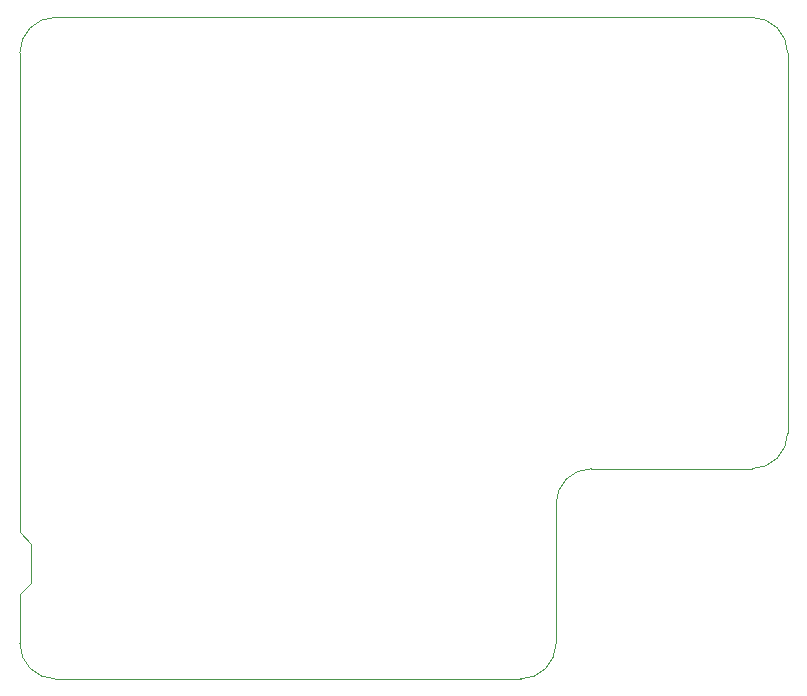
<source format=gbr>
G04 #@! TF.GenerationSoftware,KiCad,Pcbnew,(6.0.9)*
G04 #@! TF.CreationDate,2024-03-03T17:49:26-08:00*
G04 #@! TF.ProjectId,RPI5_CFE,52504935-5f43-4464-952e-6b696361645f,rev?*
G04 #@! TF.SameCoordinates,Original*
G04 #@! TF.FileFunction,Profile,NP*
%FSLAX46Y46*%
G04 Gerber Fmt 4.6, Leading zero omitted, Abs format (unit mm)*
G04 Created by KiCad (PCBNEW (6.0.9)) date 2024-03-03 17:49:26*
%MOMM*%
%LPD*%
G01*
G04 APERTURE LIST*
G04 #@! TA.AperFunction,Profile*
%ADD10C,0.100000*%
G04 #@! TD*
G04 APERTURE END LIST*
D10*
X0Y-43600000D02*
X0Y-3000000D01*
X62000000Y0D02*
X3000000Y0D01*
X950000Y-47850000D02*
X950000Y-44550000D01*
X48400000Y-38200000D02*
G75*
G03*
X45400000Y-41200000I0J-3000000D01*
G01*
X3000000Y0D02*
G75*
G03*
X0Y-3000000I0J-3000000D01*
G01*
X0Y-48800000D02*
X0Y-53000000D01*
X45400000Y-41200000D02*
X45400000Y-53000000D01*
X65000000Y-3000000D02*
X65000000Y-35200000D01*
X0Y-43600000D02*
X950000Y-44550000D01*
X65000000Y-3000000D02*
G75*
G03*
X62000000Y0I-3000000J0D01*
G01*
X950000Y-47850000D02*
X0Y-48800000D01*
X48400000Y-38200000D02*
X62000000Y-38200000D01*
X0Y-53000000D02*
G75*
G03*
X3000000Y-56000000I3000000J0D01*
G01*
X42400000Y-56000000D02*
G75*
G03*
X45400000Y-53000000I0J3000000D01*
G01*
X62000000Y-38200000D02*
G75*
G03*
X65000000Y-35200000I0J3000000D01*
G01*
X42400000Y-56000000D02*
X3000000Y-56000000D01*
M02*

</source>
